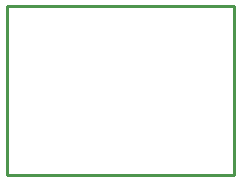
<source format=gko>
G04 Layer_Color=16711935*
%FSLAX23Y23*%
%MOIN*%
G70*
G01*
G75*
%ADD17C,0.010*%
D17*
X0Y0D02*
Y565D01*
X755D01*
Y0D02*
Y565D01*
X0Y0D02*
X755D01*
M02*

</source>
